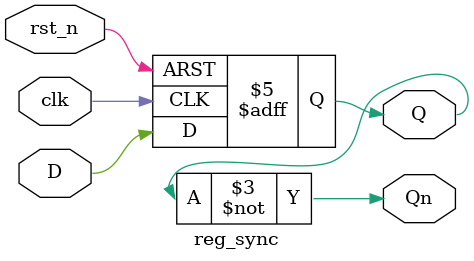
<source format=v>
`timescale  1ns / 1ps

module reg_sync #(
    parameter WIDTH = 1,
    parameter RST_VALUE = 0
) (
    input clk,
    input rst_n,

    input [WIDTH-1:0] D,
    output reg [WIDTH-1:0] Q=0,
    output [WIDTH-1:0] Qn
);

    always @(posedge clk or negedge rst_n) begin
        if (!rst_n) begin
            Q <= {WIDTH{RST_VALUE}};
        end else begin
            Q <= D;
        end
    end
    
    assign Qn = ~Q;
    
endmodule
</source>
